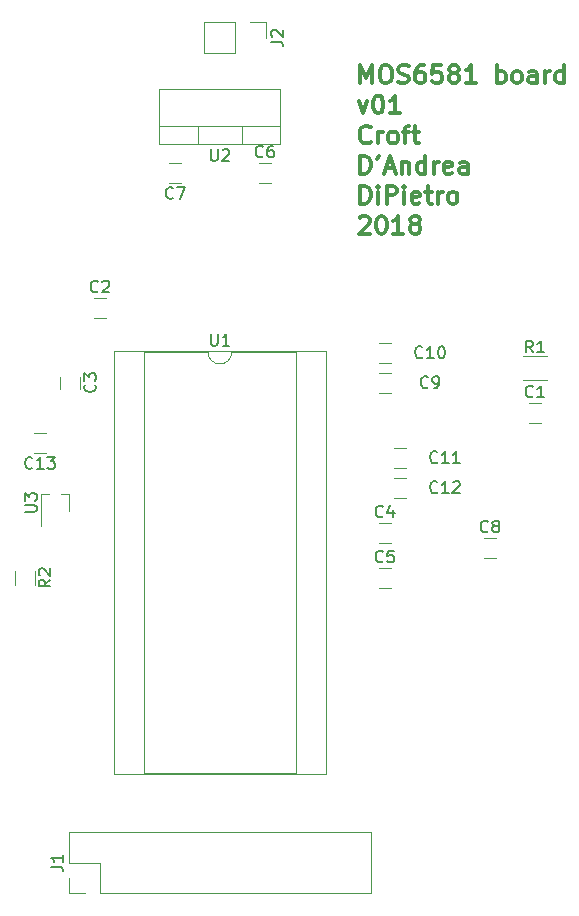
<source format=gbr>
G04 #@! TF.FileFunction,Legend,Top*
%FSLAX46Y46*%
G04 Gerber Fmt 4.6, Leading zero omitted, Abs format (unit mm)*
G04 Created by KiCad (PCBNEW 4.0.7) date 11/10/18 18:38:00*
%MOMM*%
%LPD*%
G01*
G04 APERTURE LIST*
%ADD10C,0.100000*%
%ADD11C,0.300000*%
%ADD12C,0.120000*%
%ADD13C,0.150000*%
G04 APERTURE END LIST*
D10*
D11*
X52537143Y-22893571D02*
X52537143Y-21393571D01*
X53037143Y-22465000D01*
X53537143Y-21393571D01*
X53537143Y-22893571D01*
X54537143Y-21393571D02*
X54822857Y-21393571D01*
X54965715Y-21465000D01*
X55108572Y-21607857D01*
X55180000Y-21893571D01*
X55180000Y-22393571D01*
X55108572Y-22679286D01*
X54965715Y-22822143D01*
X54822857Y-22893571D01*
X54537143Y-22893571D01*
X54394286Y-22822143D01*
X54251429Y-22679286D01*
X54180000Y-22393571D01*
X54180000Y-21893571D01*
X54251429Y-21607857D01*
X54394286Y-21465000D01*
X54537143Y-21393571D01*
X55751429Y-22822143D02*
X55965715Y-22893571D01*
X56322858Y-22893571D01*
X56465715Y-22822143D01*
X56537144Y-22750714D01*
X56608572Y-22607857D01*
X56608572Y-22465000D01*
X56537144Y-22322143D01*
X56465715Y-22250714D01*
X56322858Y-22179286D01*
X56037144Y-22107857D01*
X55894286Y-22036429D01*
X55822858Y-21965000D01*
X55751429Y-21822143D01*
X55751429Y-21679286D01*
X55822858Y-21536429D01*
X55894286Y-21465000D01*
X56037144Y-21393571D01*
X56394286Y-21393571D01*
X56608572Y-21465000D01*
X57894286Y-21393571D02*
X57608572Y-21393571D01*
X57465715Y-21465000D01*
X57394286Y-21536429D01*
X57251429Y-21750714D01*
X57180000Y-22036429D01*
X57180000Y-22607857D01*
X57251429Y-22750714D01*
X57322857Y-22822143D01*
X57465715Y-22893571D01*
X57751429Y-22893571D01*
X57894286Y-22822143D01*
X57965715Y-22750714D01*
X58037143Y-22607857D01*
X58037143Y-22250714D01*
X57965715Y-22107857D01*
X57894286Y-22036429D01*
X57751429Y-21965000D01*
X57465715Y-21965000D01*
X57322857Y-22036429D01*
X57251429Y-22107857D01*
X57180000Y-22250714D01*
X59394286Y-21393571D02*
X58680000Y-21393571D01*
X58608571Y-22107857D01*
X58680000Y-22036429D01*
X58822857Y-21965000D01*
X59180000Y-21965000D01*
X59322857Y-22036429D01*
X59394286Y-22107857D01*
X59465714Y-22250714D01*
X59465714Y-22607857D01*
X59394286Y-22750714D01*
X59322857Y-22822143D01*
X59180000Y-22893571D01*
X58822857Y-22893571D01*
X58680000Y-22822143D01*
X58608571Y-22750714D01*
X60322857Y-22036429D02*
X60179999Y-21965000D01*
X60108571Y-21893571D01*
X60037142Y-21750714D01*
X60037142Y-21679286D01*
X60108571Y-21536429D01*
X60179999Y-21465000D01*
X60322857Y-21393571D01*
X60608571Y-21393571D01*
X60751428Y-21465000D01*
X60822857Y-21536429D01*
X60894285Y-21679286D01*
X60894285Y-21750714D01*
X60822857Y-21893571D01*
X60751428Y-21965000D01*
X60608571Y-22036429D01*
X60322857Y-22036429D01*
X60179999Y-22107857D01*
X60108571Y-22179286D01*
X60037142Y-22322143D01*
X60037142Y-22607857D01*
X60108571Y-22750714D01*
X60179999Y-22822143D01*
X60322857Y-22893571D01*
X60608571Y-22893571D01*
X60751428Y-22822143D01*
X60822857Y-22750714D01*
X60894285Y-22607857D01*
X60894285Y-22322143D01*
X60822857Y-22179286D01*
X60751428Y-22107857D01*
X60608571Y-22036429D01*
X62322856Y-22893571D02*
X61465713Y-22893571D01*
X61894285Y-22893571D02*
X61894285Y-21393571D01*
X61751428Y-21607857D01*
X61608570Y-21750714D01*
X61465713Y-21822143D01*
X64108570Y-22893571D02*
X64108570Y-21393571D01*
X64108570Y-21965000D02*
X64251427Y-21893571D01*
X64537141Y-21893571D01*
X64679998Y-21965000D01*
X64751427Y-22036429D01*
X64822856Y-22179286D01*
X64822856Y-22607857D01*
X64751427Y-22750714D01*
X64679998Y-22822143D01*
X64537141Y-22893571D01*
X64251427Y-22893571D01*
X64108570Y-22822143D01*
X65679999Y-22893571D02*
X65537141Y-22822143D01*
X65465713Y-22750714D01*
X65394284Y-22607857D01*
X65394284Y-22179286D01*
X65465713Y-22036429D01*
X65537141Y-21965000D01*
X65679999Y-21893571D01*
X65894284Y-21893571D01*
X66037141Y-21965000D01*
X66108570Y-22036429D01*
X66179999Y-22179286D01*
X66179999Y-22607857D01*
X66108570Y-22750714D01*
X66037141Y-22822143D01*
X65894284Y-22893571D01*
X65679999Y-22893571D01*
X67465713Y-22893571D02*
X67465713Y-22107857D01*
X67394284Y-21965000D01*
X67251427Y-21893571D01*
X66965713Y-21893571D01*
X66822856Y-21965000D01*
X67465713Y-22822143D02*
X67322856Y-22893571D01*
X66965713Y-22893571D01*
X66822856Y-22822143D01*
X66751427Y-22679286D01*
X66751427Y-22536429D01*
X66822856Y-22393571D01*
X66965713Y-22322143D01*
X67322856Y-22322143D01*
X67465713Y-22250714D01*
X68179999Y-22893571D02*
X68179999Y-21893571D01*
X68179999Y-22179286D02*
X68251427Y-22036429D01*
X68322856Y-21965000D01*
X68465713Y-21893571D01*
X68608570Y-21893571D01*
X69751427Y-22893571D02*
X69751427Y-21393571D01*
X69751427Y-22822143D02*
X69608570Y-22893571D01*
X69322856Y-22893571D01*
X69179998Y-22822143D01*
X69108570Y-22750714D01*
X69037141Y-22607857D01*
X69037141Y-22179286D01*
X69108570Y-22036429D01*
X69179998Y-21965000D01*
X69322856Y-21893571D01*
X69608570Y-21893571D01*
X69751427Y-21965000D01*
X52394286Y-24443571D02*
X52751429Y-25443571D01*
X53108571Y-24443571D01*
X53965714Y-23943571D02*
X54108571Y-23943571D01*
X54251428Y-24015000D01*
X54322857Y-24086429D01*
X54394286Y-24229286D01*
X54465714Y-24515000D01*
X54465714Y-24872143D01*
X54394286Y-25157857D01*
X54322857Y-25300714D01*
X54251428Y-25372143D01*
X54108571Y-25443571D01*
X53965714Y-25443571D01*
X53822857Y-25372143D01*
X53751428Y-25300714D01*
X53680000Y-25157857D01*
X53608571Y-24872143D01*
X53608571Y-24515000D01*
X53680000Y-24229286D01*
X53751428Y-24086429D01*
X53822857Y-24015000D01*
X53965714Y-23943571D01*
X55894285Y-25443571D02*
X55037142Y-25443571D01*
X55465714Y-25443571D02*
X55465714Y-23943571D01*
X55322857Y-24157857D01*
X55179999Y-24300714D01*
X55037142Y-24372143D01*
X53394286Y-27850714D02*
X53322857Y-27922143D01*
X53108571Y-27993571D01*
X52965714Y-27993571D01*
X52751429Y-27922143D01*
X52608571Y-27779286D01*
X52537143Y-27636429D01*
X52465714Y-27350714D01*
X52465714Y-27136429D01*
X52537143Y-26850714D01*
X52608571Y-26707857D01*
X52751429Y-26565000D01*
X52965714Y-26493571D01*
X53108571Y-26493571D01*
X53322857Y-26565000D01*
X53394286Y-26636429D01*
X54037143Y-27993571D02*
X54037143Y-26993571D01*
X54037143Y-27279286D02*
X54108571Y-27136429D01*
X54180000Y-27065000D01*
X54322857Y-26993571D01*
X54465714Y-26993571D01*
X55180000Y-27993571D02*
X55037142Y-27922143D01*
X54965714Y-27850714D01*
X54894285Y-27707857D01*
X54894285Y-27279286D01*
X54965714Y-27136429D01*
X55037142Y-27065000D01*
X55180000Y-26993571D01*
X55394285Y-26993571D01*
X55537142Y-27065000D01*
X55608571Y-27136429D01*
X55680000Y-27279286D01*
X55680000Y-27707857D01*
X55608571Y-27850714D01*
X55537142Y-27922143D01*
X55394285Y-27993571D01*
X55180000Y-27993571D01*
X56108571Y-26993571D02*
X56680000Y-26993571D01*
X56322857Y-27993571D02*
X56322857Y-26707857D01*
X56394285Y-26565000D01*
X56537143Y-26493571D01*
X56680000Y-26493571D01*
X56965714Y-26993571D02*
X57537143Y-26993571D01*
X57180000Y-26493571D02*
X57180000Y-27779286D01*
X57251428Y-27922143D01*
X57394286Y-27993571D01*
X57537143Y-27993571D01*
X52537143Y-30543571D02*
X52537143Y-29043571D01*
X52894286Y-29043571D01*
X53108571Y-29115000D01*
X53251429Y-29257857D01*
X53322857Y-29400714D01*
X53394286Y-29686429D01*
X53394286Y-29900714D01*
X53322857Y-30186429D01*
X53251429Y-30329286D01*
X53108571Y-30472143D01*
X52894286Y-30543571D01*
X52537143Y-30543571D01*
X54108571Y-29043571D02*
X53965714Y-29329286D01*
X54680000Y-30115000D02*
X55394286Y-30115000D01*
X54537143Y-30543571D02*
X55037143Y-29043571D01*
X55537143Y-30543571D01*
X56037143Y-29543571D02*
X56037143Y-30543571D01*
X56037143Y-29686429D02*
X56108571Y-29615000D01*
X56251429Y-29543571D01*
X56465714Y-29543571D01*
X56608571Y-29615000D01*
X56680000Y-29757857D01*
X56680000Y-30543571D01*
X58037143Y-30543571D02*
X58037143Y-29043571D01*
X58037143Y-30472143D02*
X57894286Y-30543571D01*
X57608572Y-30543571D01*
X57465714Y-30472143D01*
X57394286Y-30400714D01*
X57322857Y-30257857D01*
X57322857Y-29829286D01*
X57394286Y-29686429D01*
X57465714Y-29615000D01*
X57608572Y-29543571D01*
X57894286Y-29543571D01*
X58037143Y-29615000D01*
X58751429Y-30543571D02*
X58751429Y-29543571D01*
X58751429Y-29829286D02*
X58822857Y-29686429D01*
X58894286Y-29615000D01*
X59037143Y-29543571D01*
X59180000Y-29543571D01*
X60251428Y-30472143D02*
X60108571Y-30543571D01*
X59822857Y-30543571D01*
X59680000Y-30472143D01*
X59608571Y-30329286D01*
X59608571Y-29757857D01*
X59680000Y-29615000D01*
X59822857Y-29543571D01*
X60108571Y-29543571D01*
X60251428Y-29615000D01*
X60322857Y-29757857D01*
X60322857Y-29900714D01*
X59608571Y-30043571D01*
X61608571Y-30543571D02*
X61608571Y-29757857D01*
X61537142Y-29615000D01*
X61394285Y-29543571D01*
X61108571Y-29543571D01*
X60965714Y-29615000D01*
X61608571Y-30472143D02*
X61465714Y-30543571D01*
X61108571Y-30543571D01*
X60965714Y-30472143D01*
X60894285Y-30329286D01*
X60894285Y-30186429D01*
X60965714Y-30043571D01*
X61108571Y-29972143D01*
X61465714Y-29972143D01*
X61608571Y-29900714D01*
X52537143Y-33093571D02*
X52537143Y-31593571D01*
X52894286Y-31593571D01*
X53108571Y-31665000D01*
X53251429Y-31807857D01*
X53322857Y-31950714D01*
X53394286Y-32236429D01*
X53394286Y-32450714D01*
X53322857Y-32736429D01*
X53251429Y-32879286D01*
X53108571Y-33022143D01*
X52894286Y-33093571D01*
X52537143Y-33093571D01*
X54037143Y-33093571D02*
X54037143Y-32093571D01*
X54037143Y-31593571D02*
X53965714Y-31665000D01*
X54037143Y-31736429D01*
X54108571Y-31665000D01*
X54037143Y-31593571D01*
X54037143Y-31736429D01*
X54751429Y-33093571D02*
X54751429Y-31593571D01*
X55322857Y-31593571D01*
X55465715Y-31665000D01*
X55537143Y-31736429D01*
X55608572Y-31879286D01*
X55608572Y-32093571D01*
X55537143Y-32236429D01*
X55465715Y-32307857D01*
X55322857Y-32379286D01*
X54751429Y-32379286D01*
X56251429Y-33093571D02*
X56251429Y-32093571D01*
X56251429Y-31593571D02*
X56180000Y-31665000D01*
X56251429Y-31736429D01*
X56322857Y-31665000D01*
X56251429Y-31593571D01*
X56251429Y-31736429D01*
X57537143Y-33022143D02*
X57394286Y-33093571D01*
X57108572Y-33093571D01*
X56965715Y-33022143D01*
X56894286Y-32879286D01*
X56894286Y-32307857D01*
X56965715Y-32165000D01*
X57108572Y-32093571D01*
X57394286Y-32093571D01*
X57537143Y-32165000D01*
X57608572Y-32307857D01*
X57608572Y-32450714D01*
X56894286Y-32593571D01*
X58037143Y-32093571D02*
X58608572Y-32093571D01*
X58251429Y-31593571D02*
X58251429Y-32879286D01*
X58322857Y-33022143D01*
X58465715Y-33093571D01*
X58608572Y-33093571D01*
X59108572Y-33093571D02*
X59108572Y-32093571D01*
X59108572Y-32379286D02*
X59180000Y-32236429D01*
X59251429Y-32165000D01*
X59394286Y-32093571D01*
X59537143Y-32093571D01*
X60251429Y-33093571D02*
X60108571Y-33022143D01*
X60037143Y-32950714D01*
X59965714Y-32807857D01*
X59965714Y-32379286D01*
X60037143Y-32236429D01*
X60108571Y-32165000D01*
X60251429Y-32093571D01*
X60465714Y-32093571D01*
X60608571Y-32165000D01*
X60680000Y-32236429D01*
X60751429Y-32379286D01*
X60751429Y-32807857D01*
X60680000Y-32950714D01*
X60608571Y-33022143D01*
X60465714Y-33093571D01*
X60251429Y-33093571D01*
X52465714Y-34286429D02*
X52537143Y-34215000D01*
X52680000Y-34143571D01*
X53037143Y-34143571D01*
X53180000Y-34215000D01*
X53251429Y-34286429D01*
X53322857Y-34429286D01*
X53322857Y-34572143D01*
X53251429Y-34786429D01*
X52394286Y-35643571D01*
X53322857Y-35643571D01*
X54251428Y-34143571D02*
X54394285Y-34143571D01*
X54537142Y-34215000D01*
X54608571Y-34286429D01*
X54680000Y-34429286D01*
X54751428Y-34715000D01*
X54751428Y-35072143D01*
X54680000Y-35357857D01*
X54608571Y-35500714D01*
X54537142Y-35572143D01*
X54394285Y-35643571D01*
X54251428Y-35643571D01*
X54108571Y-35572143D01*
X54037142Y-35500714D01*
X53965714Y-35357857D01*
X53894285Y-35072143D01*
X53894285Y-34715000D01*
X53965714Y-34429286D01*
X54037142Y-34286429D01*
X54108571Y-34215000D01*
X54251428Y-34143571D01*
X56179999Y-35643571D02*
X55322856Y-35643571D01*
X55751428Y-35643571D02*
X55751428Y-34143571D01*
X55608571Y-34357857D01*
X55465713Y-34500714D01*
X55322856Y-34572143D01*
X57037142Y-34786429D02*
X56894284Y-34715000D01*
X56822856Y-34643571D01*
X56751427Y-34500714D01*
X56751427Y-34429286D01*
X56822856Y-34286429D01*
X56894284Y-34215000D01*
X57037142Y-34143571D01*
X57322856Y-34143571D01*
X57465713Y-34215000D01*
X57537142Y-34286429D01*
X57608570Y-34429286D01*
X57608570Y-34500714D01*
X57537142Y-34643571D01*
X57465713Y-34715000D01*
X57322856Y-34786429D01*
X57037142Y-34786429D01*
X56894284Y-34857857D01*
X56822856Y-34929286D01*
X56751427Y-35072143D01*
X56751427Y-35357857D01*
X56822856Y-35500714D01*
X56894284Y-35572143D01*
X57037142Y-35643571D01*
X57322856Y-35643571D01*
X57465713Y-35572143D01*
X57537142Y-35500714D01*
X57608570Y-35357857D01*
X57608570Y-35072143D01*
X57537142Y-34929286D01*
X57465713Y-34857857D01*
X57322856Y-34786429D01*
D12*
X53400000Y-91500000D02*
X53400000Y-86300000D01*
X30480000Y-91500000D02*
X53400000Y-91500000D01*
X27880000Y-86300000D02*
X53400000Y-86300000D01*
X30480000Y-91500000D02*
X30480000Y-88900000D01*
X30480000Y-88900000D02*
X27880000Y-88900000D01*
X27880000Y-88900000D02*
X27880000Y-86300000D01*
X29210000Y-91500000D02*
X27880000Y-91500000D01*
X27880000Y-91500000D02*
X27880000Y-90170000D01*
X68310000Y-45970000D02*
X66310000Y-45970000D01*
X66310000Y-48010000D02*
X68310000Y-48010000D01*
X41640000Y-45660000D02*
G75*
G02X39640000Y-45660000I-1000000J0D01*
G01*
X39640000Y-45660000D02*
X34180000Y-45660000D01*
X34180000Y-45660000D02*
X34180000Y-81340000D01*
X34180000Y-81340000D02*
X47100000Y-81340000D01*
X47100000Y-81340000D02*
X47100000Y-45660000D01*
X47100000Y-45660000D02*
X41640000Y-45660000D01*
X31690000Y-45600000D02*
X31690000Y-81400000D01*
X31690000Y-81400000D02*
X49590000Y-81400000D01*
X49590000Y-81400000D02*
X49590000Y-45600000D01*
X49590000Y-45600000D02*
X31690000Y-45600000D01*
X44950000Y-29630000D02*
X43950000Y-29630000D01*
X43950000Y-31330000D02*
X44950000Y-31330000D01*
X36330000Y-31330000D02*
X37330000Y-31330000D01*
X37330000Y-29630000D02*
X36330000Y-29630000D01*
X39310000Y-17720000D02*
X39310000Y-20380000D01*
X41910000Y-17720000D02*
X39310000Y-17720000D01*
X41910000Y-20380000D02*
X39310000Y-20380000D01*
X41910000Y-17720000D02*
X41910000Y-20380000D01*
X43180000Y-17720000D02*
X44510000Y-17720000D01*
X44510000Y-17720000D02*
X44510000Y-19050000D01*
X45760000Y-28020000D02*
X35520000Y-28020000D01*
X45760000Y-23379000D02*
X35520000Y-23379000D01*
X45760000Y-28020000D02*
X45760000Y-23379000D01*
X35520000Y-28020000D02*
X35520000Y-23379000D01*
X45760000Y-26510000D02*
X35520000Y-26510000D01*
X42490000Y-28020000D02*
X42490000Y-26510000D01*
X38789000Y-28020000D02*
X38789000Y-26510000D01*
X54110000Y-49110000D02*
X55110000Y-49110000D01*
X55110000Y-47410000D02*
X54110000Y-47410000D01*
X54110000Y-46570000D02*
X55110000Y-46570000D01*
X55110000Y-44870000D02*
X54110000Y-44870000D01*
X55380000Y-55460000D02*
X56380000Y-55460000D01*
X56380000Y-53760000D02*
X55380000Y-53760000D01*
X55380000Y-58000000D02*
X56380000Y-58000000D01*
X56380000Y-56300000D02*
X55380000Y-56300000D01*
X24900000Y-54190000D02*
X25900000Y-54190000D01*
X25900000Y-52490000D02*
X24900000Y-52490000D01*
X23250000Y-65370000D02*
X23250000Y-64170000D01*
X25010000Y-64170000D02*
X25010000Y-65370000D01*
X27170000Y-57685000D02*
X27830000Y-57685000D01*
X25500000Y-57685000D02*
X26170000Y-57685000D01*
X25510000Y-57685000D02*
X25510000Y-60420000D01*
X27830000Y-59095000D02*
X27830000Y-57685000D01*
X67810000Y-49950000D02*
X66810000Y-49950000D01*
X66810000Y-51650000D02*
X67810000Y-51650000D01*
X30980000Y-41060000D02*
X29980000Y-41060000D01*
X29980000Y-42760000D02*
X30980000Y-42760000D01*
X28790000Y-48760000D02*
X28790000Y-47760000D01*
X27090000Y-47760000D02*
X27090000Y-48760000D01*
X55110000Y-60110000D02*
X54110000Y-60110000D01*
X54110000Y-61810000D02*
X55110000Y-61810000D01*
X55110000Y-63920000D02*
X54110000Y-63920000D01*
X54110000Y-65620000D02*
X55110000Y-65620000D01*
X64000000Y-61380000D02*
X63000000Y-61380000D01*
X63000000Y-63080000D02*
X64000000Y-63080000D01*
D13*
X26332381Y-89233333D02*
X27046667Y-89233333D01*
X27189524Y-89280953D01*
X27284762Y-89376191D01*
X27332381Y-89519048D01*
X27332381Y-89614286D01*
X27332381Y-88233333D02*
X27332381Y-88804762D01*
X27332381Y-88519048D02*
X26332381Y-88519048D01*
X26475238Y-88614286D01*
X26570476Y-88709524D01*
X26618095Y-88804762D01*
X67143334Y-45692381D02*
X66810000Y-45216190D01*
X66571905Y-45692381D02*
X66571905Y-44692381D01*
X66952858Y-44692381D01*
X67048096Y-44740000D01*
X67095715Y-44787619D01*
X67143334Y-44882857D01*
X67143334Y-45025714D01*
X67095715Y-45120952D01*
X67048096Y-45168571D01*
X66952858Y-45216190D01*
X66571905Y-45216190D01*
X68095715Y-45692381D02*
X67524286Y-45692381D01*
X67810000Y-45692381D02*
X67810000Y-44692381D01*
X67714762Y-44835238D01*
X67619524Y-44930476D01*
X67524286Y-44978095D01*
X39878095Y-44112381D02*
X39878095Y-44921905D01*
X39925714Y-45017143D01*
X39973333Y-45064762D01*
X40068571Y-45112381D01*
X40259048Y-45112381D01*
X40354286Y-45064762D01*
X40401905Y-45017143D01*
X40449524Y-44921905D01*
X40449524Y-44112381D01*
X41449524Y-45112381D02*
X40878095Y-45112381D01*
X41163809Y-45112381D02*
X41163809Y-44112381D01*
X41068571Y-44255238D01*
X40973333Y-44350476D01*
X40878095Y-44398095D01*
X44283334Y-29087143D02*
X44235715Y-29134762D01*
X44092858Y-29182381D01*
X43997620Y-29182381D01*
X43854762Y-29134762D01*
X43759524Y-29039524D01*
X43711905Y-28944286D01*
X43664286Y-28753810D01*
X43664286Y-28610952D01*
X43711905Y-28420476D01*
X43759524Y-28325238D01*
X43854762Y-28230000D01*
X43997620Y-28182381D01*
X44092858Y-28182381D01*
X44235715Y-28230000D01*
X44283334Y-28277619D01*
X45140477Y-28182381D02*
X44950000Y-28182381D01*
X44854762Y-28230000D01*
X44807143Y-28277619D01*
X44711905Y-28420476D01*
X44664286Y-28610952D01*
X44664286Y-28991905D01*
X44711905Y-29087143D01*
X44759524Y-29134762D01*
X44854762Y-29182381D01*
X45045239Y-29182381D01*
X45140477Y-29134762D01*
X45188096Y-29087143D01*
X45235715Y-28991905D01*
X45235715Y-28753810D01*
X45188096Y-28658571D01*
X45140477Y-28610952D01*
X45045239Y-28563333D01*
X44854762Y-28563333D01*
X44759524Y-28610952D01*
X44711905Y-28658571D01*
X44664286Y-28753810D01*
X36663334Y-32587143D02*
X36615715Y-32634762D01*
X36472858Y-32682381D01*
X36377620Y-32682381D01*
X36234762Y-32634762D01*
X36139524Y-32539524D01*
X36091905Y-32444286D01*
X36044286Y-32253810D01*
X36044286Y-32110952D01*
X36091905Y-31920476D01*
X36139524Y-31825238D01*
X36234762Y-31730000D01*
X36377620Y-31682381D01*
X36472858Y-31682381D01*
X36615715Y-31730000D01*
X36663334Y-31777619D01*
X36996667Y-31682381D02*
X37663334Y-31682381D01*
X37234762Y-32682381D01*
X44962381Y-19383333D02*
X45676667Y-19383333D01*
X45819524Y-19430953D01*
X45914762Y-19526191D01*
X45962381Y-19669048D01*
X45962381Y-19764286D01*
X45057619Y-18954762D02*
X45010000Y-18907143D01*
X44962381Y-18811905D01*
X44962381Y-18573809D01*
X45010000Y-18478571D01*
X45057619Y-18430952D01*
X45152857Y-18383333D01*
X45248095Y-18383333D01*
X45390952Y-18430952D01*
X45962381Y-19002381D01*
X45962381Y-18383333D01*
X39878095Y-28472381D02*
X39878095Y-29281905D01*
X39925714Y-29377143D01*
X39973333Y-29424762D01*
X40068571Y-29472381D01*
X40259048Y-29472381D01*
X40354286Y-29424762D01*
X40401905Y-29377143D01*
X40449524Y-29281905D01*
X40449524Y-28472381D01*
X40878095Y-28567619D02*
X40925714Y-28520000D01*
X41020952Y-28472381D01*
X41259048Y-28472381D01*
X41354286Y-28520000D01*
X41401905Y-28567619D01*
X41449524Y-28662857D01*
X41449524Y-28758095D01*
X41401905Y-28900952D01*
X40830476Y-29472381D01*
X41449524Y-29472381D01*
X58253334Y-48617143D02*
X58205715Y-48664762D01*
X58062858Y-48712381D01*
X57967620Y-48712381D01*
X57824762Y-48664762D01*
X57729524Y-48569524D01*
X57681905Y-48474286D01*
X57634286Y-48283810D01*
X57634286Y-48140952D01*
X57681905Y-47950476D01*
X57729524Y-47855238D01*
X57824762Y-47760000D01*
X57967620Y-47712381D01*
X58062858Y-47712381D01*
X58205715Y-47760000D01*
X58253334Y-47807619D01*
X58729524Y-48712381D02*
X58920000Y-48712381D01*
X59015239Y-48664762D01*
X59062858Y-48617143D01*
X59158096Y-48474286D01*
X59205715Y-48283810D01*
X59205715Y-47902857D01*
X59158096Y-47807619D01*
X59110477Y-47760000D01*
X59015239Y-47712381D01*
X58824762Y-47712381D01*
X58729524Y-47760000D01*
X58681905Y-47807619D01*
X58634286Y-47902857D01*
X58634286Y-48140952D01*
X58681905Y-48236190D01*
X58729524Y-48283810D01*
X58824762Y-48331429D01*
X59015239Y-48331429D01*
X59110477Y-48283810D01*
X59158096Y-48236190D01*
X59205715Y-48140952D01*
X57777143Y-46077143D02*
X57729524Y-46124762D01*
X57586667Y-46172381D01*
X57491429Y-46172381D01*
X57348571Y-46124762D01*
X57253333Y-46029524D01*
X57205714Y-45934286D01*
X57158095Y-45743810D01*
X57158095Y-45600952D01*
X57205714Y-45410476D01*
X57253333Y-45315238D01*
X57348571Y-45220000D01*
X57491429Y-45172381D01*
X57586667Y-45172381D01*
X57729524Y-45220000D01*
X57777143Y-45267619D01*
X58729524Y-46172381D02*
X58158095Y-46172381D01*
X58443809Y-46172381D02*
X58443809Y-45172381D01*
X58348571Y-45315238D01*
X58253333Y-45410476D01*
X58158095Y-45458095D01*
X59348571Y-45172381D02*
X59443810Y-45172381D01*
X59539048Y-45220000D01*
X59586667Y-45267619D01*
X59634286Y-45362857D01*
X59681905Y-45553333D01*
X59681905Y-45791429D01*
X59634286Y-45981905D01*
X59586667Y-46077143D01*
X59539048Y-46124762D01*
X59443810Y-46172381D01*
X59348571Y-46172381D01*
X59253333Y-46124762D01*
X59205714Y-46077143D01*
X59158095Y-45981905D01*
X59110476Y-45791429D01*
X59110476Y-45553333D01*
X59158095Y-45362857D01*
X59205714Y-45267619D01*
X59253333Y-45220000D01*
X59348571Y-45172381D01*
X59047143Y-54967143D02*
X58999524Y-55014762D01*
X58856667Y-55062381D01*
X58761429Y-55062381D01*
X58618571Y-55014762D01*
X58523333Y-54919524D01*
X58475714Y-54824286D01*
X58428095Y-54633810D01*
X58428095Y-54490952D01*
X58475714Y-54300476D01*
X58523333Y-54205238D01*
X58618571Y-54110000D01*
X58761429Y-54062381D01*
X58856667Y-54062381D01*
X58999524Y-54110000D01*
X59047143Y-54157619D01*
X59999524Y-55062381D02*
X59428095Y-55062381D01*
X59713809Y-55062381D02*
X59713809Y-54062381D01*
X59618571Y-54205238D01*
X59523333Y-54300476D01*
X59428095Y-54348095D01*
X60951905Y-55062381D02*
X60380476Y-55062381D01*
X60666190Y-55062381D02*
X60666190Y-54062381D01*
X60570952Y-54205238D01*
X60475714Y-54300476D01*
X60380476Y-54348095D01*
X59047143Y-57507143D02*
X58999524Y-57554762D01*
X58856667Y-57602381D01*
X58761429Y-57602381D01*
X58618571Y-57554762D01*
X58523333Y-57459524D01*
X58475714Y-57364286D01*
X58428095Y-57173810D01*
X58428095Y-57030952D01*
X58475714Y-56840476D01*
X58523333Y-56745238D01*
X58618571Y-56650000D01*
X58761429Y-56602381D01*
X58856667Y-56602381D01*
X58999524Y-56650000D01*
X59047143Y-56697619D01*
X59999524Y-57602381D02*
X59428095Y-57602381D01*
X59713809Y-57602381D02*
X59713809Y-56602381D01*
X59618571Y-56745238D01*
X59523333Y-56840476D01*
X59428095Y-56888095D01*
X60380476Y-56697619D02*
X60428095Y-56650000D01*
X60523333Y-56602381D01*
X60761429Y-56602381D01*
X60856667Y-56650000D01*
X60904286Y-56697619D01*
X60951905Y-56792857D01*
X60951905Y-56888095D01*
X60904286Y-57030952D01*
X60332857Y-57602381D01*
X60951905Y-57602381D01*
X24757143Y-55447143D02*
X24709524Y-55494762D01*
X24566667Y-55542381D01*
X24471429Y-55542381D01*
X24328571Y-55494762D01*
X24233333Y-55399524D01*
X24185714Y-55304286D01*
X24138095Y-55113810D01*
X24138095Y-54970952D01*
X24185714Y-54780476D01*
X24233333Y-54685238D01*
X24328571Y-54590000D01*
X24471429Y-54542381D01*
X24566667Y-54542381D01*
X24709524Y-54590000D01*
X24757143Y-54637619D01*
X25709524Y-55542381D02*
X25138095Y-55542381D01*
X25423809Y-55542381D02*
X25423809Y-54542381D01*
X25328571Y-54685238D01*
X25233333Y-54780476D01*
X25138095Y-54828095D01*
X26042857Y-54542381D02*
X26661905Y-54542381D01*
X26328571Y-54923333D01*
X26471429Y-54923333D01*
X26566667Y-54970952D01*
X26614286Y-55018571D01*
X26661905Y-55113810D01*
X26661905Y-55351905D01*
X26614286Y-55447143D01*
X26566667Y-55494762D01*
X26471429Y-55542381D01*
X26185714Y-55542381D01*
X26090476Y-55494762D01*
X26042857Y-55447143D01*
X26282381Y-64936666D02*
X25806190Y-65270000D01*
X26282381Y-65508095D02*
X25282381Y-65508095D01*
X25282381Y-65127142D01*
X25330000Y-65031904D01*
X25377619Y-64984285D01*
X25472857Y-64936666D01*
X25615714Y-64936666D01*
X25710952Y-64984285D01*
X25758571Y-65031904D01*
X25806190Y-65127142D01*
X25806190Y-65508095D01*
X25377619Y-64555714D02*
X25330000Y-64508095D01*
X25282381Y-64412857D01*
X25282381Y-64174761D01*
X25330000Y-64079523D01*
X25377619Y-64031904D01*
X25472857Y-63984285D01*
X25568095Y-63984285D01*
X25710952Y-64031904D01*
X26282381Y-64603333D01*
X26282381Y-63984285D01*
X24122381Y-59181905D02*
X24931905Y-59181905D01*
X25027143Y-59134286D01*
X25074762Y-59086667D01*
X25122381Y-58991429D01*
X25122381Y-58800952D01*
X25074762Y-58705714D01*
X25027143Y-58658095D01*
X24931905Y-58610476D01*
X24122381Y-58610476D01*
X24122381Y-58229524D02*
X24122381Y-57610476D01*
X24503333Y-57943810D01*
X24503333Y-57800952D01*
X24550952Y-57705714D01*
X24598571Y-57658095D01*
X24693810Y-57610476D01*
X24931905Y-57610476D01*
X25027143Y-57658095D01*
X25074762Y-57705714D01*
X25122381Y-57800952D01*
X25122381Y-58086667D01*
X25074762Y-58181905D01*
X25027143Y-58229524D01*
X67143334Y-49407143D02*
X67095715Y-49454762D01*
X66952858Y-49502381D01*
X66857620Y-49502381D01*
X66714762Y-49454762D01*
X66619524Y-49359524D01*
X66571905Y-49264286D01*
X66524286Y-49073810D01*
X66524286Y-48930952D01*
X66571905Y-48740476D01*
X66619524Y-48645238D01*
X66714762Y-48550000D01*
X66857620Y-48502381D01*
X66952858Y-48502381D01*
X67095715Y-48550000D01*
X67143334Y-48597619D01*
X68095715Y-49502381D02*
X67524286Y-49502381D01*
X67810000Y-49502381D02*
X67810000Y-48502381D01*
X67714762Y-48645238D01*
X67619524Y-48740476D01*
X67524286Y-48788095D01*
X30313334Y-40517143D02*
X30265715Y-40564762D01*
X30122858Y-40612381D01*
X30027620Y-40612381D01*
X29884762Y-40564762D01*
X29789524Y-40469524D01*
X29741905Y-40374286D01*
X29694286Y-40183810D01*
X29694286Y-40040952D01*
X29741905Y-39850476D01*
X29789524Y-39755238D01*
X29884762Y-39660000D01*
X30027620Y-39612381D01*
X30122858Y-39612381D01*
X30265715Y-39660000D01*
X30313334Y-39707619D01*
X30694286Y-39707619D02*
X30741905Y-39660000D01*
X30837143Y-39612381D01*
X31075239Y-39612381D01*
X31170477Y-39660000D01*
X31218096Y-39707619D01*
X31265715Y-39802857D01*
X31265715Y-39898095D01*
X31218096Y-40040952D01*
X30646667Y-40612381D01*
X31265715Y-40612381D01*
X30047143Y-48426666D02*
X30094762Y-48474285D01*
X30142381Y-48617142D01*
X30142381Y-48712380D01*
X30094762Y-48855238D01*
X29999524Y-48950476D01*
X29904286Y-48998095D01*
X29713810Y-49045714D01*
X29570952Y-49045714D01*
X29380476Y-48998095D01*
X29285238Y-48950476D01*
X29190000Y-48855238D01*
X29142381Y-48712380D01*
X29142381Y-48617142D01*
X29190000Y-48474285D01*
X29237619Y-48426666D01*
X29142381Y-48093333D02*
X29142381Y-47474285D01*
X29523333Y-47807619D01*
X29523333Y-47664761D01*
X29570952Y-47569523D01*
X29618571Y-47521904D01*
X29713810Y-47474285D01*
X29951905Y-47474285D01*
X30047143Y-47521904D01*
X30094762Y-47569523D01*
X30142381Y-47664761D01*
X30142381Y-47950476D01*
X30094762Y-48045714D01*
X30047143Y-48093333D01*
X54443334Y-59567143D02*
X54395715Y-59614762D01*
X54252858Y-59662381D01*
X54157620Y-59662381D01*
X54014762Y-59614762D01*
X53919524Y-59519524D01*
X53871905Y-59424286D01*
X53824286Y-59233810D01*
X53824286Y-59090952D01*
X53871905Y-58900476D01*
X53919524Y-58805238D01*
X54014762Y-58710000D01*
X54157620Y-58662381D01*
X54252858Y-58662381D01*
X54395715Y-58710000D01*
X54443334Y-58757619D01*
X55300477Y-58995714D02*
X55300477Y-59662381D01*
X55062381Y-58614762D02*
X54824286Y-59329048D01*
X55443334Y-59329048D01*
X54443334Y-63377143D02*
X54395715Y-63424762D01*
X54252858Y-63472381D01*
X54157620Y-63472381D01*
X54014762Y-63424762D01*
X53919524Y-63329524D01*
X53871905Y-63234286D01*
X53824286Y-63043810D01*
X53824286Y-62900952D01*
X53871905Y-62710476D01*
X53919524Y-62615238D01*
X54014762Y-62520000D01*
X54157620Y-62472381D01*
X54252858Y-62472381D01*
X54395715Y-62520000D01*
X54443334Y-62567619D01*
X55348096Y-62472381D02*
X54871905Y-62472381D01*
X54824286Y-62948571D01*
X54871905Y-62900952D01*
X54967143Y-62853333D01*
X55205239Y-62853333D01*
X55300477Y-62900952D01*
X55348096Y-62948571D01*
X55395715Y-63043810D01*
X55395715Y-63281905D01*
X55348096Y-63377143D01*
X55300477Y-63424762D01*
X55205239Y-63472381D01*
X54967143Y-63472381D01*
X54871905Y-63424762D01*
X54824286Y-63377143D01*
X63333334Y-60837143D02*
X63285715Y-60884762D01*
X63142858Y-60932381D01*
X63047620Y-60932381D01*
X62904762Y-60884762D01*
X62809524Y-60789524D01*
X62761905Y-60694286D01*
X62714286Y-60503810D01*
X62714286Y-60360952D01*
X62761905Y-60170476D01*
X62809524Y-60075238D01*
X62904762Y-59980000D01*
X63047620Y-59932381D01*
X63142858Y-59932381D01*
X63285715Y-59980000D01*
X63333334Y-60027619D01*
X63904762Y-60360952D02*
X63809524Y-60313333D01*
X63761905Y-60265714D01*
X63714286Y-60170476D01*
X63714286Y-60122857D01*
X63761905Y-60027619D01*
X63809524Y-59980000D01*
X63904762Y-59932381D01*
X64095239Y-59932381D01*
X64190477Y-59980000D01*
X64238096Y-60027619D01*
X64285715Y-60122857D01*
X64285715Y-60170476D01*
X64238096Y-60265714D01*
X64190477Y-60313333D01*
X64095239Y-60360952D01*
X63904762Y-60360952D01*
X63809524Y-60408571D01*
X63761905Y-60456190D01*
X63714286Y-60551429D01*
X63714286Y-60741905D01*
X63761905Y-60837143D01*
X63809524Y-60884762D01*
X63904762Y-60932381D01*
X64095239Y-60932381D01*
X64190477Y-60884762D01*
X64238096Y-60837143D01*
X64285715Y-60741905D01*
X64285715Y-60551429D01*
X64238096Y-60456190D01*
X64190477Y-60408571D01*
X64095239Y-60360952D01*
M02*

</source>
